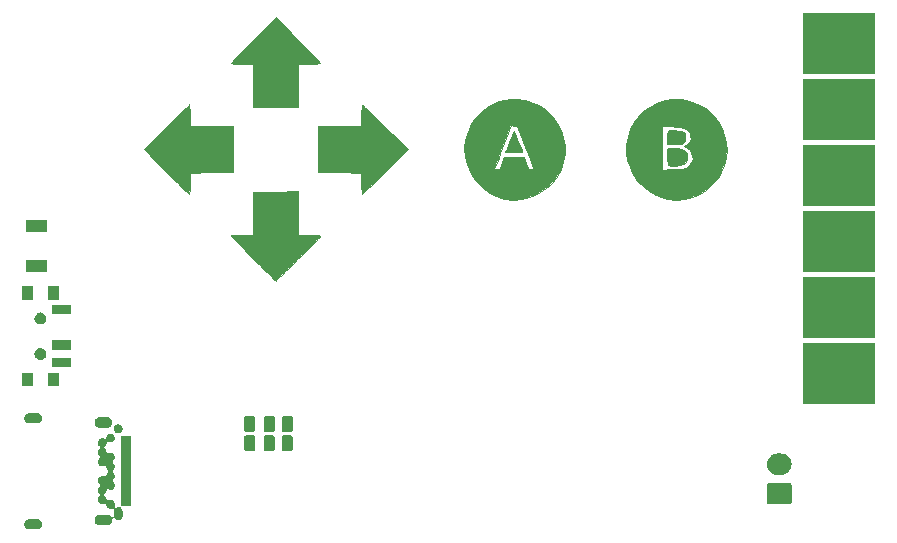
<source format=gbr>
G04 #@! TF.GenerationSoftware,KiCad,Pcbnew,5.0.2-bee76a0~70~ubuntu18.04.1*
G04 #@! TF.CreationDate,2019-01-18T14:13:04+00:00*
G04 #@! TF.ProjectId,badge,62616467-652e-46b6-9963-61645f706362,rev?*
G04 #@! TF.SameCoordinates,Original*
G04 #@! TF.FileFunction,Soldermask,Top*
G04 #@! TF.FilePolarity,Negative*
%FSLAX46Y46*%
G04 Gerber Fmt 4.6, Leading zero omitted, Abs format (unit mm)*
G04 Created by KiCad (PCBNEW 5.0.2-bee76a0~70~ubuntu18.04.1) date Fri 18 Jan 2019 14:13:04 GMT*
%MOMM*%
%LPD*%
G01*
G04 APERTURE LIST*
%ADD10C,0.010000*%
%ADD11C,0.100000*%
G04 APERTURE END LIST*
D10*
G04 #@! TO.C,G\002A\002A\002A*
G36*
X81353277Y-83525250D02*
X81634384Y-83562852D01*
X81884554Y-83621456D01*
X82059656Y-83694815D01*
X82078959Y-83708442D01*
X82175537Y-83802880D01*
X82218458Y-83915920D01*
X82222772Y-84095204D01*
X82219699Y-84153973D01*
X82193441Y-84367802D01*
X82134135Y-84500754D01*
X82042000Y-84585279D01*
X81864946Y-84659766D01*
X81600069Y-84710904D01*
X81285176Y-84733935D01*
X80958074Y-84724103D01*
X80946625Y-84723083D01*
X80708500Y-84701333D01*
X80708500Y-84140550D01*
X80710026Y-83872541D01*
X80719489Y-83704983D01*
X80744216Y-83611330D01*
X80791534Y-83565034D01*
X80868769Y-83539547D01*
X80874789Y-83538031D01*
X81085367Y-83514894D01*
X81353277Y-83525250D01*
X81353277Y-83525250D01*
G37*
X81353277Y-83525250D02*
X81634384Y-83562852D01*
X81884554Y-83621456D01*
X82059656Y-83694815D01*
X82078959Y-83708442D01*
X82175537Y-83802880D01*
X82218458Y-83915920D01*
X82222772Y-84095204D01*
X82219699Y-84153973D01*
X82193441Y-84367802D01*
X82134135Y-84500754D01*
X82042000Y-84585279D01*
X81864946Y-84659766D01*
X81600069Y-84710904D01*
X81285176Y-84733935D01*
X80958074Y-84724103D01*
X80946625Y-84723083D01*
X80708500Y-84701333D01*
X80708500Y-84140550D01*
X80710026Y-83872541D01*
X80719489Y-83704983D01*
X80744216Y-83611330D01*
X80791534Y-83565034D01*
X80868769Y-83539547D01*
X80874789Y-83538031D01*
X81085367Y-83514894D01*
X81353277Y-83525250D01*
G36*
X81253363Y-85045424D02*
X81509512Y-85060984D01*
X81518952Y-85061857D01*
X81873498Y-85116026D01*
X82119221Y-85209433D01*
X82271506Y-85354835D01*
X82345738Y-85564990D01*
X82359500Y-85758853D01*
X82323894Y-86068117D01*
X82208663Y-86284503D01*
X82001186Y-86422468D01*
X81719146Y-86492398D01*
X81351049Y-86530257D01*
X81037090Y-86534537D01*
X80819625Y-86506727D01*
X80770054Y-86479468D01*
X80737661Y-86413647D01*
X80718943Y-86286686D01*
X80710394Y-86076006D01*
X80708500Y-85790727D01*
X80708500Y-85103767D01*
X80879458Y-85060860D01*
X81027364Y-85045357D01*
X81253363Y-85045424D01*
X81253363Y-85045424D01*
G37*
X81253363Y-85045424D02*
X81509512Y-85060984D01*
X81518952Y-85061857D01*
X81873498Y-85116026D01*
X82119221Y-85209433D01*
X82271506Y-85354835D01*
X82345738Y-85564990D01*
X82359500Y-85758853D01*
X82323894Y-86068117D01*
X82208663Y-86284503D01*
X82001186Y-86422468D01*
X81719146Y-86492398D01*
X81351049Y-86530257D01*
X81037090Y-86534537D01*
X80819625Y-86506727D01*
X80770054Y-86479468D01*
X80737661Y-86413647D01*
X80718943Y-86286686D01*
X80710394Y-86076006D01*
X80708500Y-85790727D01*
X80708500Y-85103767D01*
X80879458Y-85060860D01*
X81027364Y-85045357D01*
X81253363Y-85045424D01*
G36*
X67724496Y-83651559D02*
X67790937Y-83787723D01*
X67881621Y-83994290D01*
X67986803Y-84246844D01*
X68096738Y-84520972D01*
X68201679Y-84792258D01*
X68291881Y-85036287D01*
X68357598Y-85228646D01*
X68389084Y-85344918D01*
X68390458Y-85359875D01*
X68330837Y-85379026D01*
X68169922Y-85394499D01*
X67933407Y-85404542D01*
X67691926Y-85407500D01*
X66994353Y-85407500D01*
X67111436Y-85105875D01*
X67187387Y-84906830D01*
X67289014Y-84636003D01*
X67398516Y-84340939D01*
X67438342Y-84232750D01*
X67533430Y-83980532D01*
X67616085Y-83773604D01*
X67674458Y-83641039D01*
X67692044Y-83610212D01*
X67724496Y-83651559D01*
X67724496Y-83651559D01*
G37*
X67724496Y-83651559D02*
X67790937Y-83787723D01*
X67881621Y-83994290D01*
X67986803Y-84246844D01*
X68096738Y-84520972D01*
X68201679Y-84792258D01*
X68291881Y-85036287D01*
X68357598Y-85228646D01*
X68389084Y-85344918D01*
X68390458Y-85359875D01*
X68330837Y-85379026D01*
X68169922Y-85394499D01*
X67933407Y-85404542D01*
X67691926Y-85407500D01*
X66994353Y-85407500D01*
X67111436Y-85105875D01*
X67187387Y-84906830D01*
X67289014Y-84636003D01*
X67398516Y-84340939D01*
X67438342Y-84232750D01*
X67533430Y-83980532D01*
X67616085Y-83773604D01*
X67674458Y-83641039D01*
X67692044Y-83610212D01*
X67724496Y-83651559D01*
G36*
X49427368Y-75875115D02*
X49870151Y-76320728D01*
X50265198Y-76723591D01*
X50605553Y-77076315D01*
X50884263Y-77371514D01*
X51094371Y-77601799D01*
X51228923Y-77759783D01*
X51280963Y-77838078D01*
X51280731Y-77843748D01*
X51194614Y-77876538D01*
X50984881Y-77899334D01*
X50654542Y-77911905D01*
X50352726Y-77914500D01*
X49468447Y-77914500D01*
X49451598Y-79740125D01*
X49434750Y-81565750D01*
X47557135Y-81582552D01*
X47080946Y-81585390D01*
X46646297Y-81585256D01*
X46269302Y-81582372D01*
X45966079Y-81576958D01*
X45752741Y-81569238D01*
X45645406Y-81559433D01*
X45636260Y-81556093D01*
X45625093Y-81483770D01*
X45614996Y-81300935D01*
X45606355Y-81024076D01*
X45599558Y-80669681D01*
X45594991Y-80254235D01*
X45593043Y-79794227D01*
X45593000Y-79713666D01*
X45593000Y-77914500D01*
X44707747Y-77914500D01*
X44292993Y-77909215D01*
X43997992Y-77893492D01*
X43825288Y-77867524D01*
X43778667Y-77843585D01*
X43812242Y-77783055D01*
X43929963Y-77641197D01*
X44124986Y-77425282D01*
X44390465Y-77142579D01*
X44719554Y-76800358D01*
X45105408Y-76405887D01*
X45541180Y-75966437D01*
X45632559Y-75874953D01*
X47530278Y-73977234D01*
X49427368Y-75875115D01*
X49427368Y-75875115D01*
G37*
X49427368Y-75875115D02*
X49870151Y-76320728D01*
X50265198Y-76723591D01*
X50605553Y-77076315D01*
X50884263Y-77371514D01*
X51094371Y-77601799D01*
X51228923Y-77759783D01*
X51280963Y-77838078D01*
X51280731Y-77843748D01*
X51194614Y-77876538D01*
X50984881Y-77899334D01*
X50654542Y-77911905D01*
X50352726Y-77914500D01*
X49468447Y-77914500D01*
X49451598Y-79740125D01*
X49434750Y-81565750D01*
X47557135Y-81582552D01*
X47080946Y-81585390D01*
X46646297Y-81585256D01*
X46269302Y-81582372D01*
X45966079Y-81576958D01*
X45752741Y-81569238D01*
X45645406Y-81559433D01*
X45636260Y-81556093D01*
X45625093Y-81483770D01*
X45614996Y-81300935D01*
X45606355Y-81024076D01*
X45599558Y-80669681D01*
X45594991Y-80254235D01*
X45593043Y-79794227D01*
X45593000Y-79713666D01*
X45593000Y-77914500D01*
X44707747Y-77914500D01*
X44292993Y-77909215D01*
X43997992Y-77893492D01*
X43825288Y-77867524D01*
X43778667Y-77843585D01*
X43812242Y-77783055D01*
X43929963Y-77641197D01*
X44124986Y-77425282D01*
X44390465Y-77142579D01*
X44719554Y-76800358D01*
X45105408Y-76405887D01*
X45541180Y-75966437D01*
X45632559Y-75874953D01*
X47530278Y-73977234D01*
X49427368Y-75875115D01*
G36*
X54906476Y-81419240D02*
X55040675Y-81537045D01*
X55245212Y-81726906D01*
X55510581Y-81979724D01*
X55827280Y-82286398D01*
X56185804Y-82637825D01*
X56576651Y-83024907D01*
X56804477Y-83252229D01*
X58705221Y-85153765D01*
X56797774Y-87061213D01*
X56392674Y-87464271D01*
X56014855Y-87836253D01*
X55673757Y-88168153D01*
X55378822Y-88450966D01*
X55139489Y-88675684D01*
X54965197Y-88833304D01*
X54865388Y-88914818D01*
X54845413Y-88923746D01*
X54829086Y-88847070D01*
X54815411Y-88667857D01*
X54805579Y-88410561D01*
X54800780Y-88099638D01*
X54800500Y-88001390D01*
X54800500Y-87123947D01*
X52974875Y-87107098D01*
X51149250Y-87090250D01*
X51149250Y-83216750D01*
X54800500Y-83183052D01*
X54800500Y-82298773D01*
X54804011Y-81976816D01*
X54813650Y-81702576D01*
X54828070Y-81499940D01*
X54845924Y-81392794D01*
X54852116Y-81382594D01*
X54906476Y-81419240D01*
X54906476Y-81419240D01*
G37*
X54906476Y-81419240D02*
X55040675Y-81537045D01*
X55245212Y-81726906D01*
X55510581Y-81979724D01*
X55827280Y-82286398D01*
X56185804Y-82637825D01*
X56576651Y-83024907D01*
X56804477Y-83252229D01*
X58705221Y-85153765D01*
X56797774Y-87061213D01*
X56392674Y-87464271D01*
X56014855Y-87836253D01*
X55673757Y-88168153D01*
X55378822Y-88450966D01*
X55139489Y-88675684D01*
X54965197Y-88833304D01*
X54865388Y-88914818D01*
X54845413Y-88923746D01*
X54829086Y-88847070D01*
X54815411Y-88667857D01*
X54805579Y-88410561D01*
X54800780Y-88099638D01*
X54800500Y-88001390D01*
X54800500Y-87123947D01*
X52974875Y-87107098D01*
X51149250Y-87090250D01*
X51149250Y-83216750D01*
X54800500Y-83183052D01*
X54800500Y-82298773D01*
X54804011Y-81976816D01*
X54813650Y-81702576D01*
X54828070Y-81499940D01*
X54845924Y-81392794D01*
X54852116Y-81382594D01*
X54906476Y-81419240D01*
G36*
X40227964Y-81403273D02*
X40242312Y-81567702D01*
X40252853Y-81814452D01*
X40258423Y-82121187D01*
X40259000Y-82263276D01*
X40259000Y-83183052D01*
X43910250Y-83216750D01*
X43910250Y-87090250D01*
X42084625Y-87107098D01*
X40259000Y-87123947D01*
X40259000Y-88008226D01*
X40255488Y-88330183D01*
X40245849Y-88604423D01*
X40231429Y-88807059D01*
X40213575Y-88914205D01*
X40207383Y-88924405D01*
X40153023Y-88887759D01*
X40018823Y-88769955D01*
X39814288Y-88580094D01*
X39548920Y-88327279D01*
X39232225Y-88020609D01*
X38873706Y-87669186D01*
X38482866Y-87282111D01*
X38255154Y-87054903D01*
X36354543Y-85153500D01*
X38258750Y-83248500D01*
X38664080Y-82844097D01*
X39042173Y-82468981D01*
X39383526Y-82132424D01*
X39678641Y-81843695D01*
X39918015Y-81612066D01*
X40092149Y-81446807D01*
X40191541Y-81357190D01*
X40210978Y-81343500D01*
X40227964Y-81403273D01*
X40227964Y-81403273D01*
G37*
X40227964Y-81403273D02*
X40242312Y-81567702D01*
X40252853Y-81814452D01*
X40258423Y-82121187D01*
X40259000Y-82263276D01*
X40259000Y-83183052D01*
X43910250Y-83216750D01*
X43910250Y-87090250D01*
X42084625Y-87107098D01*
X40259000Y-87123947D01*
X40259000Y-88008226D01*
X40255488Y-88330183D01*
X40245849Y-88604423D01*
X40231429Y-88807059D01*
X40213575Y-88914205D01*
X40207383Y-88924405D01*
X40153023Y-88887759D01*
X40018823Y-88769955D01*
X39814288Y-88580094D01*
X39548920Y-88327279D01*
X39232225Y-88020609D01*
X38873706Y-87669186D01*
X38482866Y-87282111D01*
X38255154Y-87054903D01*
X36354543Y-85153500D01*
X38258750Y-83248500D01*
X38664080Y-82844097D01*
X39042173Y-82468981D01*
X39383526Y-82132424D01*
X39678641Y-81843695D01*
X39918015Y-81612066D01*
X40092149Y-81446807D01*
X40191541Y-81357190D01*
X40210978Y-81343500D01*
X40227964Y-81403273D01*
G36*
X81889048Y-80918354D02*
X82572661Y-81040447D01*
X83234756Y-81278721D01*
X83427944Y-81373843D01*
X84039436Y-81760363D01*
X84556314Y-82219435D01*
X84978578Y-82738891D01*
X85306228Y-83306564D01*
X85539263Y-83910288D01*
X85677684Y-84537895D01*
X85721491Y-85177220D01*
X85670683Y-85816093D01*
X85525262Y-86442350D01*
X85285225Y-87043823D01*
X84950575Y-87608346D01*
X84521310Y-88123750D01*
X83997431Y-88577871D01*
X83427944Y-88933156D01*
X82802813Y-89193643D01*
X82127663Y-89352685D01*
X81432765Y-89406811D01*
X80748390Y-89352551D01*
X80404685Y-89279815D01*
X79730410Y-89042576D01*
X79127290Y-88710266D01*
X78599316Y-88295102D01*
X78150479Y-87809299D01*
X77784768Y-87265073D01*
X77605909Y-86886010D01*
X80264000Y-86886010D01*
X81105375Y-86849381D01*
X81442374Y-86830264D01*
X81753976Y-86804564D01*
X82007399Y-86775509D01*
X82169861Y-86746327D01*
X82179651Y-86743583D01*
X82438291Y-86607156D01*
X82657102Y-86382461D01*
X82802878Y-86108056D01*
X82835182Y-85982360D01*
X82826841Y-85677978D01*
X82715313Y-85381918D01*
X82520598Y-85133382D01*
X82335885Y-85003707D01*
X82090020Y-84879016D01*
X82296580Y-84772199D01*
X82462018Y-84656577D01*
X82582871Y-84521099D01*
X82587819Y-84512566D01*
X82663175Y-84265217D01*
X82660666Y-83977176D01*
X82582900Y-83706002D01*
X82548372Y-83641553D01*
X82436414Y-83496574D01*
X82288865Y-83387745D01*
X82086371Y-83309147D01*
X81809573Y-83254859D01*
X81439116Y-83218961D01*
X81109368Y-83201422D01*
X80264000Y-83165977D01*
X80264000Y-86886010D01*
X77605909Y-86886010D01*
X77506173Y-86674638D01*
X77318684Y-86050212D01*
X77226292Y-85404009D01*
X77232986Y-84748244D01*
X77342756Y-84095134D01*
X77559592Y-83456894D01*
X77887484Y-82845740D01*
X78174872Y-82453136D01*
X78672822Y-81942816D01*
X79239189Y-81530199D01*
X79858985Y-81218365D01*
X80517220Y-81010392D01*
X81198904Y-80909362D01*
X81889048Y-80918354D01*
X81889048Y-80918354D01*
G37*
X81889048Y-80918354D02*
X82572661Y-81040447D01*
X83234756Y-81278721D01*
X83427944Y-81373843D01*
X84039436Y-81760363D01*
X84556314Y-82219435D01*
X84978578Y-82738891D01*
X85306228Y-83306564D01*
X85539263Y-83910288D01*
X85677684Y-84537895D01*
X85721491Y-85177220D01*
X85670683Y-85816093D01*
X85525262Y-86442350D01*
X85285225Y-87043823D01*
X84950575Y-87608346D01*
X84521310Y-88123750D01*
X83997431Y-88577871D01*
X83427944Y-88933156D01*
X82802813Y-89193643D01*
X82127663Y-89352685D01*
X81432765Y-89406811D01*
X80748390Y-89352551D01*
X80404685Y-89279815D01*
X79730410Y-89042576D01*
X79127290Y-88710266D01*
X78599316Y-88295102D01*
X78150479Y-87809299D01*
X77784768Y-87265073D01*
X77605909Y-86886010D01*
X80264000Y-86886010D01*
X81105375Y-86849381D01*
X81442374Y-86830264D01*
X81753976Y-86804564D01*
X82007399Y-86775509D01*
X82169861Y-86746327D01*
X82179651Y-86743583D01*
X82438291Y-86607156D01*
X82657102Y-86382461D01*
X82802878Y-86108056D01*
X82835182Y-85982360D01*
X82826841Y-85677978D01*
X82715313Y-85381918D01*
X82520598Y-85133382D01*
X82335885Y-85003707D01*
X82090020Y-84879016D01*
X82296580Y-84772199D01*
X82462018Y-84656577D01*
X82582871Y-84521099D01*
X82587819Y-84512566D01*
X82663175Y-84265217D01*
X82660666Y-83977176D01*
X82582900Y-83706002D01*
X82548372Y-83641553D01*
X82436414Y-83496574D01*
X82288865Y-83387745D01*
X82086371Y-83309147D01*
X81809573Y-83254859D01*
X81439116Y-83218961D01*
X81109368Y-83201422D01*
X80264000Y-83165977D01*
X80264000Y-86886010D01*
X77605909Y-86886010D01*
X77506173Y-86674638D01*
X77318684Y-86050212D01*
X77226292Y-85404009D01*
X77232986Y-84748244D01*
X77342756Y-84095134D01*
X77559592Y-83456894D01*
X77887484Y-82845740D01*
X78174872Y-82453136D01*
X78672822Y-81942816D01*
X79239189Y-81530199D01*
X79858985Y-81218365D01*
X80517220Y-81010392D01*
X81198904Y-80909362D01*
X81889048Y-80918354D01*
G36*
X68485412Y-80955818D02*
X68655795Y-80987879D01*
X69346835Y-81202233D01*
X69970738Y-81515820D01*
X70522007Y-81916831D01*
X70995140Y-82393458D01*
X71384637Y-82933894D01*
X71685000Y-83526329D01*
X71890727Y-84158956D01*
X71996319Y-84819966D01*
X71996276Y-85497551D01*
X71885098Y-86179904D01*
X71657285Y-86855215D01*
X71521792Y-87141080D01*
X71232281Y-87597846D01*
X70852096Y-88046092D01*
X70413924Y-88454055D01*
X69950455Y-88789972D01*
X69659500Y-88950644D01*
X68982180Y-89212478D01*
X68286261Y-89362915D01*
X67592042Y-89399287D01*
X66919822Y-89318921D01*
X66897250Y-89314029D01*
X66189926Y-89096161D01*
X65545095Y-88771077D01*
X64971674Y-88345754D01*
X64478577Y-87827163D01*
X64074721Y-87222281D01*
X63973137Y-87026750D01*
X63882486Y-86804500D01*
X66050789Y-86804500D01*
X66522188Y-86804500D01*
X66681863Y-86312375D01*
X66841539Y-85820250D01*
X68603960Y-85820250D01*
X68763636Y-86312375D01*
X68844641Y-86554980D01*
X68905831Y-86700979D01*
X68965590Y-86774886D01*
X69042297Y-86801216D01*
X69132655Y-86804500D01*
X69274057Y-86791857D01*
X69340244Y-86761005D01*
X69340938Y-86756875D01*
X69318733Y-86687752D01*
X69256412Y-86515147D01*
X69159590Y-86254058D01*
X69033884Y-85919484D01*
X68884907Y-85526424D01*
X68718275Y-85089875D01*
X68657461Y-84931250D01*
X67975046Y-83153250D01*
X67721898Y-83134633D01*
X67468750Y-83116017D01*
X67060228Y-84182383D01*
X66899549Y-84601405D01*
X66727266Y-85050011D01*
X66559612Y-85485974D01*
X66412822Y-85867068D01*
X66351248Y-86026625D01*
X66050789Y-86804500D01*
X63882486Y-86804500D01*
X63701094Y-86359782D01*
X63548422Y-85708648D01*
X63512363Y-85054338D01*
X63589515Y-84381210D01*
X63788471Y-83669504D01*
X64096330Y-83016035D01*
X64504703Y-82430341D01*
X65005202Y-81921958D01*
X65589436Y-81500425D01*
X66249018Y-81175278D01*
X66484500Y-81089855D01*
X66936196Y-80980342D01*
X67454555Y-80919887D01*
X67988115Y-80910907D01*
X68485412Y-80955818D01*
X68485412Y-80955818D01*
G37*
X68485412Y-80955818D02*
X68655795Y-80987879D01*
X69346835Y-81202233D01*
X69970738Y-81515820D01*
X70522007Y-81916831D01*
X70995140Y-82393458D01*
X71384637Y-82933894D01*
X71685000Y-83526329D01*
X71890727Y-84158956D01*
X71996319Y-84819966D01*
X71996276Y-85497551D01*
X71885098Y-86179904D01*
X71657285Y-86855215D01*
X71521792Y-87141080D01*
X71232281Y-87597846D01*
X70852096Y-88046092D01*
X70413924Y-88454055D01*
X69950455Y-88789972D01*
X69659500Y-88950644D01*
X68982180Y-89212478D01*
X68286261Y-89362915D01*
X67592042Y-89399287D01*
X66919822Y-89318921D01*
X66897250Y-89314029D01*
X66189926Y-89096161D01*
X65545095Y-88771077D01*
X64971674Y-88345754D01*
X64478577Y-87827163D01*
X64074721Y-87222281D01*
X63973137Y-87026750D01*
X63882486Y-86804500D01*
X66050789Y-86804500D01*
X66522188Y-86804500D01*
X66681863Y-86312375D01*
X66841539Y-85820250D01*
X68603960Y-85820250D01*
X68763636Y-86312375D01*
X68844641Y-86554980D01*
X68905831Y-86700979D01*
X68965590Y-86774886D01*
X69042297Y-86801216D01*
X69132655Y-86804500D01*
X69274057Y-86791857D01*
X69340244Y-86761005D01*
X69340938Y-86756875D01*
X69318733Y-86687752D01*
X69256412Y-86515147D01*
X69159590Y-86254058D01*
X69033884Y-85919484D01*
X68884907Y-85526424D01*
X68718275Y-85089875D01*
X68657461Y-84931250D01*
X67975046Y-83153250D01*
X67721898Y-83134633D01*
X67468750Y-83116017D01*
X67060228Y-84182383D01*
X66899549Y-84601405D01*
X66727266Y-85050011D01*
X66559612Y-85485974D01*
X66412822Y-85867068D01*
X66351248Y-86026625D01*
X66050789Y-86804500D01*
X63882486Y-86804500D01*
X63701094Y-86359782D01*
X63548422Y-85708648D01*
X63512363Y-85054338D01*
X63589515Y-84381210D01*
X63788471Y-83669504D01*
X64096330Y-83016035D01*
X64504703Y-82430341D01*
X65005202Y-81921958D01*
X65589436Y-81500425D01*
X66249018Y-81175278D01*
X66484500Y-81089855D01*
X66936196Y-80980342D01*
X67454555Y-80919887D01*
X67988115Y-80910907D01*
X68485412Y-80955818D01*
G36*
X49466500Y-92392500D02*
X50387250Y-92392500D01*
X50768262Y-92395308D01*
X51036503Y-92404550D01*
X51206095Y-92421448D01*
X51291161Y-92447227D01*
X51308000Y-92472278D01*
X51264530Y-92532789D01*
X51141776Y-92670581D01*
X50951221Y-92874128D01*
X50704347Y-93131903D01*
X50412639Y-93432377D01*
X50087577Y-93764023D01*
X49740646Y-94115314D01*
X49383328Y-94474722D01*
X49027106Y-94830719D01*
X48683464Y-95171779D01*
X48363883Y-95486374D01*
X48079847Y-95762976D01*
X47842839Y-95990058D01*
X47664341Y-96156093D01*
X47555837Y-96249552D01*
X47528949Y-96266000D01*
X47471800Y-96222485D01*
X47334931Y-96098208D01*
X47128060Y-95902572D01*
X46860908Y-95644979D01*
X46543194Y-95334830D01*
X46184637Y-94981528D01*
X45794958Y-94594475D01*
X45608471Y-94408228D01*
X45209075Y-94006808D01*
X44839137Y-93631423D01*
X44508068Y-93291886D01*
X44225278Y-92998015D01*
X44000179Y-92759623D01*
X43842182Y-92586528D01*
X43760699Y-92488543D01*
X43751500Y-92471478D01*
X43785179Y-92438656D01*
X43895358Y-92415552D01*
X44095744Y-92400989D01*
X44400048Y-92393790D01*
X44671276Y-92392500D01*
X45591052Y-92392500D01*
X45624750Y-88741250D01*
X47545625Y-88724443D01*
X49466500Y-88707637D01*
X49466500Y-92392500D01*
X49466500Y-92392500D01*
G37*
X49466500Y-92392500D02*
X50387250Y-92392500D01*
X50768262Y-92395308D01*
X51036503Y-92404550D01*
X51206095Y-92421448D01*
X51291161Y-92447227D01*
X51308000Y-92472278D01*
X51264530Y-92532789D01*
X51141776Y-92670581D01*
X50951221Y-92874128D01*
X50704347Y-93131903D01*
X50412639Y-93432377D01*
X50087577Y-93764023D01*
X49740646Y-94115314D01*
X49383328Y-94474722D01*
X49027106Y-94830719D01*
X48683464Y-95171779D01*
X48363883Y-95486374D01*
X48079847Y-95762976D01*
X47842839Y-95990058D01*
X47664341Y-96156093D01*
X47555837Y-96249552D01*
X47528949Y-96266000D01*
X47471800Y-96222485D01*
X47334931Y-96098208D01*
X47128060Y-95902572D01*
X46860908Y-95644979D01*
X46543194Y-95334830D01*
X46184637Y-94981528D01*
X45794958Y-94594475D01*
X45608471Y-94408228D01*
X45209075Y-94006808D01*
X44839137Y-93631423D01*
X44508068Y-93291886D01*
X44225278Y-92998015D01*
X44000179Y-92759623D01*
X43842182Y-92586528D01*
X43760699Y-92488543D01*
X43751500Y-92471478D01*
X43785179Y-92438656D01*
X43895358Y-92415552D01*
X44095744Y-92400989D01*
X44400048Y-92393790D01*
X44671276Y-92392500D01*
X45591052Y-92392500D01*
X45624750Y-88741250D01*
X47545625Y-88724443D01*
X49466500Y-88707637D01*
X49466500Y-92392500D01*
D11*
G36*
X27393413Y-116440525D02*
X27468456Y-116463290D01*
X27478425Y-116466314D01*
X27556774Y-116508193D01*
X27625448Y-116564552D01*
X27681807Y-116633226D01*
X27723686Y-116711575D01*
X27723687Y-116711579D01*
X27749475Y-116796587D01*
X27758182Y-116885000D01*
X27749475Y-116973413D01*
X27726710Y-117048456D01*
X27723686Y-117058425D01*
X27681807Y-117136774D01*
X27625448Y-117205448D01*
X27556774Y-117261807D01*
X27478425Y-117303686D01*
X27468456Y-117306710D01*
X27393413Y-117329475D01*
X27327158Y-117336000D01*
X26682842Y-117336000D01*
X26616587Y-117329475D01*
X26541544Y-117306710D01*
X26531575Y-117303686D01*
X26453226Y-117261807D01*
X26384552Y-117205448D01*
X26328193Y-117136774D01*
X26286314Y-117058425D01*
X26283290Y-117048456D01*
X26260525Y-116973413D01*
X26251818Y-116885000D01*
X26260525Y-116796587D01*
X26286313Y-116711579D01*
X26286314Y-116711575D01*
X26328193Y-116633226D01*
X26384552Y-116564552D01*
X26453226Y-116508193D01*
X26531575Y-116466314D01*
X26541544Y-116463290D01*
X26616587Y-116440525D01*
X26682842Y-116434000D01*
X27327158Y-116434000D01*
X27393413Y-116440525D01*
X27393413Y-116440525D01*
G37*
G36*
X33664672Y-109233449D02*
X33664674Y-109233450D01*
X33664675Y-109233450D01*
X33733103Y-109261793D01*
X33794409Y-109302757D01*
X33794689Y-109302944D01*
X33847056Y-109355311D01*
X33847058Y-109355314D01*
X33888207Y-109416897D01*
X33913338Y-109477570D01*
X33916551Y-109485328D01*
X33931000Y-109557966D01*
X33931000Y-109632034D01*
X33916895Y-109702944D01*
X33916550Y-109704675D01*
X33888207Y-109773103D01*
X33858944Y-109816897D01*
X33847056Y-109834689D01*
X33794689Y-109887056D01*
X33794686Y-109887058D01*
X33733103Y-109928207D01*
X33664675Y-109956550D01*
X33664674Y-109956550D01*
X33664672Y-109956551D01*
X33592034Y-109971000D01*
X33517966Y-109971000D01*
X33445328Y-109956551D01*
X33445326Y-109956550D01*
X33445325Y-109956550D01*
X33401902Y-109938564D01*
X33378456Y-109931452D01*
X33354069Y-109929050D01*
X33329683Y-109931452D01*
X33306234Y-109938565D01*
X33284623Y-109950116D01*
X33265681Y-109965661D01*
X33250135Y-109984603D01*
X33238584Y-110006214D01*
X33231471Y-110029664D01*
X33231000Y-110032032D01*
X33231000Y-110032033D01*
X33216550Y-110104675D01*
X33188207Y-110173103D01*
X33147243Y-110234409D01*
X33147056Y-110234689D01*
X33094687Y-110287058D01*
X33088687Y-110291067D01*
X33069745Y-110306612D01*
X33054200Y-110325554D01*
X33042649Y-110347165D01*
X33035536Y-110370614D01*
X33033134Y-110395001D01*
X33035536Y-110419387D01*
X33042649Y-110442836D01*
X33054201Y-110464447D01*
X33069746Y-110483389D01*
X33088687Y-110498933D01*
X33094687Y-110502942D01*
X33147056Y-110555311D01*
X33147058Y-110555314D01*
X33188207Y-110616897D01*
X33216550Y-110685325D01*
X33216551Y-110685328D01*
X33231471Y-110760336D01*
X33238584Y-110783785D01*
X33250135Y-110805396D01*
X33265680Y-110824338D01*
X33284622Y-110839883D01*
X33306233Y-110851435D01*
X33329682Y-110858548D01*
X33354068Y-110860950D01*
X33378455Y-110858548D01*
X33401902Y-110851436D01*
X33445325Y-110833450D01*
X33445326Y-110833450D01*
X33445328Y-110833449D01*
X33517966Y-110819000D01*
X33592034Y-110819000D01*
X33664672Y-110833449D01*
X33664674Y-110833450D01*
X33664675Y-110833450D01*
X33733103Y-110861793D01*
X33788786Y-110899000D01*
X33794689Y-110902944D01*
X33847056Y-110955311D01*
X33847058Y-110955314D01*
X33888207Y-111016897D01*
X33916550Y-111085325D01*
X33916551Y-111085328D01*
X33931000Y-111157966D01*
X33931000Y-111232034D01*
X33917693Y-111298933D01*
X33916550Y-111304675D01*
X33888207Y-111373103D01*
X33858944Y-111416897D01*
X33847056Y-111434689D01*
X33794687Y-111487058D01*
X33788687Y-111491067D01*
X33769745Y-111506612D01*
X33754200Y-111525554D01*
X33742649Y-111547165D01*
X33735536Y-111570614D01*
X33733134Y-111595001D01*
X33735536Y-111619387D01*
X33742649Y-111642836D01*
X33754201Y-111664447D01*
X33769746Y-111683389D01*
X33788687Y-111698933D01*
X33794687Y-111702942D01*
X33847056Y-111755311D01*
X33847058Y-111755314D01*
X33888207Y-111816897D01*
X33916550Y-111885325D01*
X33916551Y-111885328D01*
X33931000Y-111957966D01*
X33931000Y-112032033D01*
X33916550Y-112104675D01*
X33888207Y-112173103D01*
X33847243Y-112234409D01*
X33847056Y-112234689D01*
X33794687Y-112287058D01*
X33788687Y-112291067D01*
X33769745Y-112306612D01*
X33754200Y-112325554D01*
X33742649Y-112347165D01*
X33735536Y-112370614D01*
X33733134Y-112395001D01*
X33735536Y-112419387D01*
X33742649Y-112442836D01*
X33754201Y-112464447D01*
X33769746Y-112483389D01*
X33788687Y-112498933D01*
X33794687Y-112502942D01*
X33847056Y-112555311D01*
X33847058Y-112555314D01*
X33888207Y-112616897D01*
X33916550Y-112685325D01*
X33916551Y-112685328D01*
X33931000Y-112757966D01*
X33931000Y-112832034D01*
X33916895Y-112902944D01*
X33916550Y-112904675D01*
X33888207Y-112973103D01*
X33858944Y-113016897D01*
X33847056Y-113034689D01*
X33794687Y-113087058D01*
X33788687Y-113091067D01*
X33769745Y-113106612D01*
X33754200Y-113125554D01*
X33742649Y-113147165D01*
X33735536Y-113170614D01*
X33733134Y-113195001D01*
X33735536Y-113219387D01*
X33742649Y-113242836D01*
X33754201Y-113264447D01*
X33769746Y-113283389D01*
X33788687Y-113298933D01*
X33794687Y-113302942D01*
X33847056Y-113355311D01*
X33847058Y-113355314D01*
X33888207Y-113416897D01*
X33912943Y-113476617D01*
X33916551Y-113485328D01*
X33931000Y-113557966D01*
X33931000Y-113632034D01*
X33917693Y-113698933D01*
X33916550Y-113704675D01*
X33888207Y-113773103D01*
X33858944Y-113816897D01*
X33847056Y-113834689D01*
X33794689Y-113887056D01*
X33794686Y-113887058D01*
X33733103Y-113928207D01*
X33664675Y-113956550D01*
X33664674Y-113956550D01*
X33664672Y-113956551D01*
X33592034Y-113971000D01*
X33517966Y-113971000D01*
X33445328Y-113956551D01*
X33445326Y-113956550D01*
X33445325Y-113956550D01*
X33401902Y-113938564D01*
X33378456Y-113931452D01*
X33354069Y-113929050D01*
X33329683Y-113931452D01*
X33306234Y-113938565D01*
X33284623Y-113950116D01*
X33265681Y-113965661D01*
X33250135Y-113984603D01*
X33238584Y-114006214D01*
X33231471Y-114029664D01*
X33231000Y-114032032D01*
X33231000Y-114032033D01*
X33216550Y-114104675D01*
X33188207Y-114173103D01*
X33147243Y-114234409D01*
X33147056Y-114234689D01*
X33094687Y-114287058D01*
X33088687Y-114291067D01*
X33069745Y-114306612D01*
X33054200Y-114325554D01*
X33042649Y-114347165D01*
X33035536Y-114370614D01*
X33033134Y-114395001D01*
X33035536Y-114419387D01*
X33042649Y-114442836D01*
X33054201Y-114464447D01*
X33069746Y-114483389D01*
X33088687Y-114498933D01*
X33094687Y-114502942D01*
X33147056Y-114555311D01*
X33147058Y-114555314D01*
X33188207Y-114616897D01*
X33216550Y-114685325D01*
X33216551Y-114685328D01*
X33231471Y-114760336D01*
X33238584Y-114783785D01*
X33250135Y-114805396D01*
X33265680Y-114824338D01*
X33284622Y-114839883D01*
X33306233Y-114851435D01*
X33329682Y-114858548D01*
X33354068Y-114860950D01*
X33378455Y-114858548D01*
X33401902Y-114851436D01*
X33445325Y-114833450D01*
X33445326Y-114833450D01*
X33445328Y-114833449D01*
X33517966Y-114819000D01*
X33592034Y-114819000D01*
X33664672Y-114833449D01*
X33664674Y-114833450D01*
X33664675Y-114833450D01*
X33733103Y-114861793D01*
X33794409Y-114902757D01*
X33794689Y-114902944D01*
X33847056Y-114955311D01*
X33847058Y-114955314D01*
X33888207Y-115016897D01*
X33916550Y-115085325D01*
X33916551Y-115085328D01*
X33931000Y-115157966D01*
X33931000Y-115232034D01*
X33916551Y-115304675D01*
X33906406Y-115329166D01*
X33899292Y-115352616D01*
X33896890Y-115377002D01*
X33899292Y-115401388D01*
X33906405Y-115424837D01*
X33917956Y-115446448D01*
X33933501Y-115465391D01*
X33952443Y-115480936D01*
X33974053Y-115492487D01*
X33997503Y-115499601D01*
X34021889Y-115502003D01*
X34046275Y-115499601D01*
X34058176Y-115496620D01*
X34131291Y-115474440D01*
X34205000Y-115467181D01*
X34278710Y-115474440D01*
X34302714Y-115481722D01*
X34326747Y-115486503D01*
X34351252Y-115486503D01*
X34375285Y-115481723D01*
X34397924Y-115472345D01*
X34415002Y-115460935D01*
X34414011Y-115471000D01*
X34416413Y-115495386D01*
X34423526Y-115518835D01*
X34435077Y-115540446D01*
X34450623Y-115559388D01*
X34459713Y-115567627D01*
X34472159Y-115577841D01*
X34519146Y-115635096D01*
X34554057Y-115700410D01*
X34554058Y-115700413D01*
X34554059Y-115700415D01*
X34575559Y-115771291D01*
X34575559Y-115771292D01*
X34575560Y-115771296D01*
X34581000Y-115826529D01*
X34581000Y-116163472D01*
X34575560Y-116218710D01*
X34554060Y-116289585D01*
X34519146Y-116354904D01*
X34472159Y-116412159D01*
X34414908Y-116459143D01*
X34349580Y-116494061D01*
X34278709Y-116515560D01*
X34205000Y-116522819D01*
X34131290Y-116515560D01*
X34060415Y-116494060D01*
X33995096Y-116459146D01*
X33937844Y-116412162D01*
X33925648Y-116397300D01*
X33908321Y-116379973D01*
X33887946Y-116366359D01*
X33865308Y-116356981D01*
X33841274Y-116352200D01*
X33816770Y-116352200D01*
X33792736Y-116356980D01*
X33770097Y-116366357D01*
X33749722Y-116379970D01*
X33732395Y-116397297D01*
X33718781Y-116417672D01*
X33709403Y-116440310D01*
X33704622Y-116464344D01*
X33704622Y-116488850D01*
X33708182Y-116525000D01*
X33699475Y-116613413D01*
X33676710Y-116688456D01*
X33673686Y-116698425D01*
X33631807Y-116776774D01*
X33575448Y-116845448D01*
X33506774Y-116901807D01*
X33428425Y-116943686D01*
X33418456Y-116946710D01*
X33343413Y-116969475D01*
X33277158Y-116976000D01*
X32632842Y-116976000D01*
X32566587Y-116969475D01*
X32491544Y-116946710D01*
X32481575Y-116943686D01*
X32403226Y-116901807D01*
X32334552Y-116845448D01*
X32278193Y-116776774D01*
X32236314Y-116698425D01*
X32233290Y-116688456D01*
X32210525Y-116613413D01*
X32201818Y-116525000D01*
X32210525Y-116436587D01*
X32234674Y-116356981D01*
X32236314Y-116351575D01*
X32278193Y-116273226D01*
X32334552Y-116204552D01*
X32403226Y-116148193D01*
X32481575Y-116106314D01*
X32491544Y-116103290D01*
X32566587Y-116080525D01*
X32632842Y-116074000D01*
X33277158Y-116074000D01*
X33343413Y-116080525D01*
X33418456Y-116103290D01*
X33428425Y-116106314D01*
X33506774Y-116148193D01*
X33570436Y-116200439D01*
X33575448Y-116204552D01*
X33607374Y-116243454D01*
X33624701Y-116260781D01*
X33645076Y-116274394D01*
X33667715Y-116283772D01*
X33691748Y-116288552D01*
X33716253Y-116288552D01*
X33740286Y-116283771D01*
X33762925Y-116274394D01*
X33783300Y-116260780D01*
X33800627Y-116243453D01*
X33814240Y-116223078D01*
X33823618Y-116200439D01*
X33829000Y-116164154D01*
X33829000Y-115826528D01*
X33834440Y-115771292D01*
X33856620Y-115698177D01*
X33861401Y-115674143D01*
X33861401Y-115649639D01*
X33856621Y-115625605D01*
X33847244Y-115602966D01*
X33833630Y-115582592D01*
X33816303Y-115565264D01*
X33795929Y-115551650D01*
X33773290Y-115542273D01*
X33749256Y-115537492D01*
X33724752Y-115537492D01*
X33700718Y-115542272D01*
X33689166Y-115546406D01*
X33664675Y-115556551D01*
X33592034Y-115571000D01*
X33517966Y-115571000D01*
X33445328Y-115556551D01*
X33445326Y-115556550D01*
X33445325Y-115556550D01*
X33376897Y-115528207D01*
X33315314Y-115487058D01*
X33315311Y-115487056D01*
X33262944Y-115434689D01*
X33240693Y-115401388D01*
X33221793Y-115373103D01*
X33193450Y-115304675D01*
X33179000Y-115232033D01*
X33179000Y-115232032D01*
X33178529Y-115229664D01*
X33171416Y-115206215D01*
X33159865Y-115184604D01*
X33144320Y-115165662D01*
X33125378Y-115150117D01*
X33103767Y-115138565D01*
X33080318Y-115131452D01*
X33055932Y-115129050D01*
X33031545Y-115131452D01*
X33008098Y-115138564D01*
X32964675Y-115156550D01*
X32964674Y-115156550D01*
X32964672Y-115156551D01*
X32892034Y-115171000D01*
X32817966Y-115171000D01*
X32745328Y-115156551D01*
X32745326Y-115156550D01*
X32745325Y-115156550D01*
X32676897Y-115128207D01*
X32615314Y-115087058D01*
X32615311Y-115087056D01*
X32562944Y-115034689D01*
X32551056Y-115016897D01*
X32521793Y-114973103D01*
X32493450Y-114904675D01*
X32493106Y-114902944D01*
X32479000Y-114832034D01*
X32479000Y-114757966D01*
X32493449Y-114685328D01*
X32493450Y-114685325D01*
X32521793Y-114616897D01*
X32562942Y-114555314D01*
X32562944Y-114555311D01*
X32615313Y-114502942D01*
X32621313Y-114498933D01*
X32640255Y-114483388D01*
X32655800Y-114464446D01*
X32667351Y-114442835D01*
X32674464Y-114419386D01*
X32676866Y-114394999D01*
X32674464Y-114370613D01*
X32667351Y-114347164D01*
X32655799Y-114325553D01*
X32640254Y-114306611D01*
X32621313Y-114291067D01*
X32615313Y-114287058D01*
X32562944Y-114234689D01*
X32562757Y-114234409D01*
X32521793Y-114173103D01*
X32493450Y-114104675D01*
X32479000Y-114032033D01*
X32479000Y-113957966D01*
X32493449Y-113885328D01*
X32493450Y-113885325D01*
X32521793Y-113816897D01*
X32562942Y-113755314D01*
X32562944Y-113755311D01*
X32615313Y-113702942D01*
X32621313Y-113698933D01*
X32640255Y-113683388D01*
X32655800Y-113664446D01*
X32667351Y-113642835D01*
X32674464Y-113619386D01*
X32676866Y-113594999D01*
X32674464Y-113570613D01*
X32667351Y-113547164D01*
X32655799Y-113525553D01*
X32640254Y-113506611D01*
X32621313Y-113491067D01*
X32615313Y-113487058D01*
X32562944Y-113434689D01*
X32548461Y-113413014D01*
X32521793Y-113373103D01*
X32493450Y-113304675D01*
X32492308Y-113298933D01*
X32479000Y-113232034D01*
X32479000Y-113157966D01*
X32493449Y-113085328D01*
X32514424Y-113034689D01*
X32521793Y-113016897D01*
X32562942Y-112955314D01*
X32562944Y-112955311D01*
X32615311Y-112902944D01*
X32615591Y-112902757D01*
X32676897Y-112861793D01*
X32745325Y-112833450D01*
X32745326Y-112833450D01*
X32745328Y-112833449D01*
X32817966Y-112819000D01*
X32892034Y-112819000D01*
X32964672Y-112833449D01*
X32964674Y-112833450D01*
X32964675Y-112833450D01*
X33008098Y-112851436D01*
X33031544Y-112858548D01*
X33055931Y-112860950D01*
X33080317Y-112858548D01*
X33103766Y-112851435D01*
X33125377Y-112839884D01*
X33144319Y-112824339D01*
X33159865Y-112805397D01*
X33171416Y-112783786D01*
X33178529Y-112760336D01*
X33193449Y-112685328D01*
X33193450Y-112685325D01*
X33221793Y-112616897D01*
X33262942Y-112555314D01*
X33262944Y-112555311D01*
X33315313Y-112502942D01*
X33321313Y-112498933D01*
X33340255Y-112483388D01*
X33355800Y-112464446D01*
X33367351Y-112442835D01*
X33374464Y-112419386D01*
X33376866Y-112394999D01*
X33374464Y-112370613D01*
X33367351Y-112347164D01*
X33355799Y-112325553D01*
X33340254Y-112306611D01*
X33321313Y-112291067D01*
X33315313Y-112287058D01*
X33262944Y-112234689D01*
X33262757Y-112234409D01*
X33221793Y-112173103D01*
X33193450Y-112104675D01*
X33179000Y-112032033D01*
X33179000Y-112032032D01*
X33178529Y-112029664D01*
X33171416Y-112006215D01*
X33159865Y-111984604D01*
X33144320Y-111965662D01*
X33125378Y-111950117D01*
X33103767Y-111938565D01*
X33080318Y-111931452D01*
X33055932Y-111929050D01*
X33031545Y-111931452D01*
X33008098Y-111938564D01*
X32964675Y-111956550D01*
X32964674Y-111956550D01*
X32964672Y-111956551D01*
X32892034Y-111971000D01*
X32817966Y-111971000D01*
X32745328Y-111956551D01*
X32745326Y-111956550D01*
X32745325Y-111956550D01*
X32676897Y-111928207D01*
X32615314Y-111887058D01*
X32615311Y-111887056D01*
X32562944Y-111834689D01*
X32551056Y-111816897D01*
X32521793Y-111773103D01*
X32493450Y-111704675D01*
X32492308Y-111698933D01*
X32479000Y-111632034D01*
X32479000Y-111557966D01*
X32493449Y-111485328D01*
X32506618Y-111453534D01*
X32521793Y-111416897D01*
X32562942Y-111355314D01*
X32562944Y-111355311D01*
X32615313Y-111302942D01*
X32621313Y-111298933D01*
X32640255Y-111283388D01*
X32655800Y-111264446D01*
X32667351Y-111242835D01*
X32674464Y-111219386D01*
X32676866Y-111194999D01*
X32674464Y-111170613D01*
X32667351Y-111147164D01*
X32655799Y-111125553D01*
X32640254Y-111106611D01*
X32621313Y-111091067D01*
X32615313Y-111087058D01*
X32562944Y-111034689D01*
X32551056Y-111016897D01*
X32521793Y-110973103D01*
X32493450Y-110904675D01*
X32493106Y-110902944D01*
X32479000Y-110832034D01*
X32479000Y-110757966D01*
X32493449Y-110685328D01*
X32493450Y-110685325D01*
X32521793Y-110616897D01*
X32562942Y-110555314D01*
X32562944Y-110555311D01*
X32615313Y-110502942D01*
X32621313Y-110498933D01*
X32640255Y-110483388D01*
X32655800Y-110464446D01*
X32667351Y-110442835D01*
X32674464Y-110419386D01*
X32676866Y-110394999D01*
X32674464Y-110370613D01*
X32667351Y-110347164D01*
X32655799Y-110325553D01*
X32640254Y-110306611D01*
X32621313Y-110291067D01*
X32615313Y-110287058D01*
X32562944Y-110234689D01*
X32562757Y-110234409D01*
X32521793Y-110173103D01*
X32493450Y-110104675D01*
X32479000Y-110032033D01*
X32479000Y-109957966D01*
X32493449Y-109885328D01*
X32493450Y-109885325D01*
X32521793Y-109816897D01*
X32562942Y-109755314D01*
X32562944Y-109755311D01*
X32615311Y-109702944D01*
X32615591Y-109702757D01*
X32676897Y-109661793D01*
X32745325Y-109633450D01*
X32745326Y-109633450D01*
X32745328Y-109633449D01*
X32817966Y-109619000D01*
X32892034Y-109619000D01*
X32964672Y-109633449D01*
X32964674Y-109633450D01*
X32964675Y-109633450D01*
X33008098Y-109651436D01*
X33031544Y-109658548D01*
X33055931Y-109660950D01*
X33080317Y-109658548D01*
X33103766Y-109651435D01*
X33125377Y-109639884D01*
X33144319Y-109624339D01*
X33159865Y-109605397D01*
X33171416Y-109583786D01*
X33178529Y-109560336D01*
X33180458Y-109550640D01*
X33193450Y-109485325D01*
X33221793Y-109416897D01*
X33262942Y-109355314D01*
X33262944Y-109355311D01*
X33315311Y-109302944D01*
X33315591Y-109302757D01*
X33376897Y-109261793D01*
X33445325Y-109233450D01*
X33445326Y-109233450D01*
X33445328Y-109233449D01*
X33517966Y-109219000D01*
X33592034Y-109219000D01*
X33664672Y-109233449D01*
X33664672Y-109233449D01*
G37*
G36*
X35266000Y-115346000D02*
X34539011Y-115346000D01*
X34514625Y-115348402D01*
X34491176Y-115355515D01*
X34469565Y-115367066D01*
X34463512Y-115372034D01*
X34464000Y-115362105D01*
X34464000Y-109444000D01*
X35266000Y-109444000D01*
X35266000Y-115346000D01*
X35266000Y-115346000D01*
G37*
G36*
X91078600Y-113402989D02*
X91111649Y-113413014D01*
X91142106Y-113429294D01*
X91168799Y-113451201D01*
X91190706Y-113477894D01*
X91206986Y-113508351D01*
X91217011Y-113541400D01*
X91221000Y-113581904D01*
X91221000Y-115018096D01*
X91217011Y-115058600D01*
X91206986Y-115091649D01*
X91190706Y-115122106D01*
X91168799Y-115148799D01*
X91142106Y-115170706D01*
X91111649Y-115186986D01*
X91078600Y-115197011D01*
X91038096Y-115201000D01*
X89301904Y-115201000D01*
X89261400Y-115197011D01*
X89228351Y-115186986D01*
X89197894Y-115170706D01*
X89171201Y-115148799D01*
X89149294Y-115122106D01*
X89133014Y-115091649D01*
X89122989Y-115058600D01*
X89119000Y-115018096D01*
X89119000Y-113581904D01*
X89122989Y-113541400D01*
X89133014Y-113508351D01*
X89149294Y-113477894D01*
X89171201Y-113451201D01*
X89197894Y-113429294D01*
X89228351Y-113413014D01*
X89261400Y-113402989D01*
X89301904Y-113399000D01*
X91038096Y-113399000D01*
X91078600Y-113402989D01*
X91078600Y-113402989D01*
G37*
G36*
X90421848Y-110904672D02*
X90496627Y-110912037D01*
X90601995Y-110944000D01*
X90666467Y-110963557D01*
X90799538Y-111034686D01*
X90822991Y-111047222D01*
X90858729Y-111076552D01*
X90960186Y-111159814D01*
X91043448Y-111261271D01*
X91072778Y-111297009D01*
X91072779Y-111297011D01*
X91156443Y-111453533D01*
X91172544Y-111506612D01*
X91207963Y-111623373D01*
X91225359Y-111800000D01*
X91207963Y-111976627D01*
X91173616Y-112089853D01*
X91156443Y-112146467D01*
X91082348Y-112285087D01*
X91072778Y-112302991D01*
X91043448Y-112338729D01*
X90960186Y-112440186D01*
X90883716Y-112502942D01*
X90822991Y-112552778D01*
X90805087Y-112562348D01*
X90666467Y-112636443D01*
X90609853Y-112653616D01*
X90496627Y-112687963D01*
X90430443Y-112694481D01*
X90364260Y-112701000D01*
X89975740Y-112701000D01*
X89909557Y-112694481D01*
X89843373Y-112687963D01*
X89730147Y-112653616D01*
X89673533Y-112636443D01*
X89534913Y-112562348D01*
X89517009Y-112552778D01*
X89456284Y-112502942D01*
X89379814Y-112440186D01*
X89296552Y-112338729D01*
X89267222Y-112302991D01*
X89257652Y-112285087D01*
X89183557Y-112146467D01*
X89166384Y-112089853D01*
X89132037Y-111976627D01*
X89114641Y-111800000D01*
X89132037Y-111623373D01*
X89167456Y-111506612D01*
X89183557Y-111453533D01*
X89267221Y-111297011D01*
X89267222Y-111297009D01*
X89296552Y-111261271D01*
X89379814Y-111159814D01*
X89481271Y-111076552D01*
X89517009Y-111047222D01*
X89540462Y-111034686D01*
X89673533Y-110963557D01*
X89738005Y-110944000D01*
X89843373Y-110912037D01*
X89918152Y-110904672D01*
X89975740Y-110899000D01*
X90364260Y-110899000D01*
X90421848Y-110904672D01*
X90421848Y-110904672D01*
G37*
G36*
X48848617Y-109372965D02*
X48881430Y-109382918D01*
X48911667Y-109399080D01*
X48938170Y-109420830D01*
X48959920Y-109447333D01*
X48976082Y-109477570D01*
X48986035Y-109510383D01*
X48990000Y-109550640D01*
X48990000Y-110514360D01*
X48986035Y-110554617D01*
X48976082Y-110587430D01*
X48959920Y-110617667D01*
X48938170Y-110644170D01*
X48911667Y-110665920D01*
X48881430Y-110682082D01*
X48848617Y-110692035D01*
X48808360Y-110696000D01*
X48219640Y-110696000D01*
X48179383Y-110692035D01*
X48146570Y-110682082D01*
X48116333Y-110665920D01*
X48089830Y-110644170D01*
X48068080Y-110617667D01*
X48051918Y-110587430D01*
X48041965Y-110554617D01*
X48038000Y-110514360D01*
X48038000Y-109550640D01*
X48041965Y-109510383D01*
X48051918Y-109477570D01*
X48068080Y-109447333D01*
X48089830Y-109420830D01*
X48116333Y-109399080D01*
X48146570Y-109382918D01*
X48179383Y-109372965D01*
X48219640Y-109369000D01*
X48808360Y-109369000D01*
X48848617Y-109372965D01*
X48848617Y-109372965D01*
G37*
G36*
X45673617Y-109372965D02*
X45706430Y-109382918D01*
X45736667Y-109399080D01*
X45763170Y-109420830D01*
X45784920Y-109447333D01*
X45801082Y-109477570D01*
X45811035Y-109510383D01*
X45815000Y-109550640D01*
X45815000Y-110514360D01*
X45811035Y-110554617D01*
X45801082Y-110587430D01*
X45784920Y-110617667D01*
X45763170Y-110644170D01*
X45736667Y-110665920D01*
X45706430Y-110682082D01*
X45673617Y-110692035D01*
X45633360Y-110696000D01*
X45044640Y-110696000D01*
X45004383Y-110692035D01*
X44971570Y-110682082D01*
X44941333Y-110665920D01*
X44914830Y-110644170D01*
X44893080Y-110617667D01*
X44876918Y-110587430D01*
X44866965Y-110554617D01*
X44863000Y-110514360D01*
X44863000Y-109550640D01*
X44866965Y-109510383D01*
X44876918Y-109477570D01*
X44893080Y-109447333D01*
X44914830Y-109420830D01*
X44941333Y-109399080D01*
X44971570Y-109382918D01*
X45004383Y-109372965D01*
X45044640Y-109369000D01*
X45633360Y-109369000D01*
X45673617Y-109372965D01*
X45673617Y-109372965D01*
G37*
G36*
X47324617Y-109372965D02*
X47357430Y-109382918D01*
X47387667Y-109399080D01*
X47414170Y-109420830D01*
X47435920Y-109447333D01*
X47452082Y-109477570D01*
X47462035Y-109510383D01*
X47466000Y-109550640D01*
X47466000Y-110514360D01*
X47462035Y-110554617D01*
X47452082Y-110587430D01*
X47435920Y-110617667D01*
X47414170Y-110644170D01*
X47387667Y-110665920D01*
X47357430Y-110682082D01*
X47324617Y-110692035D01*
X47284360Y-110696000D01*
X46695640Y-110696000D01*
X46655383Y-110692035D01*
X46622570Y-110682082D01*
X46592333Y-110665920D01*
X46565830Y-110644170D01*
X46544080Y-110617667D01*
X46527918Y-110587430D01*
X46517965Y-110554617D01*
X46514000Y-110514360D01*
X46514000Y-109550640D01*
X46517965Y-109510383D01*
X46527918Y-109477570D01*
X46544080Y-109447333D01*
X46565830Y-109420830D01*
X46592333Y-109399080D01*
X46622570Y-109382918D01*
X46655383Y-109372965D01*
X46695640Y-109369000D01*
X47284360Y-109369000D01*
X47324617Y-109372965D01*
X47324617Y-109372965D01*
G37*
G36*
X34314672Y-108433449D02*
X34314674Y-108433450D01*
X34314675Y-108433450D01*
X34383103Y-108461793D01*
X34444409Y-108502757D01*
X34444689Y-108502944D01*
X34497056Y-108555311D01*
X34497058Y-108555314D01*
X34538207Y-108616897D01*
X34566550Y-108685325D01*
X34566551Y-108685328D01*
X34581000Y-108757966D01*
X34581000Y-108832034D01*
X34569597Y-108889360D01*
X34566550Y-108904675D01*
X34538207Y-108973103D01*
X34499594Y-109030890D01*
X34497056Y-109034689D01*
X34444689Y-109087056D01*
X34444686Y-109087058D01*
X34383103Y-109128207D01*
X34314675Y-109156550D01*
X34314674Y-109156550D01*
X34314672Y-109156551D01*
X34242034Y-109171000D01*
X34167966Y-109171000D01*
X34095328Y-109156551D01*
X34095326Y-109156550D01*
X34095325Y-109156550D01*
X34026897Y-109128207D01*
X33965314Y-109087058D01*
X33965311Y-109087056D01*
X33912944Y-109034689D01*
X33910406Y-109030890D01*
X33871793Y-108973103D01*
X33843450Y-108904675D01*
X33840404Y-108889360D01*
X33829000Y-108832034D01*
X33829000Y-108757966D01*
X33843449Y-108685328D01*
X33843450Y-108685325D01*
X33871793Y-108616897D01*
X33912942Y-108555314D01*
X33912944Y-108555311D01*
X33965311Y-108502944D01*
X33965591Y-108502757D01*
X34026897Y-108461793D01*
X34095325Y-108433450D01*
X34095326Y-108433450D01*
X34095328Y-108433449D01*
X34167966Y-108419000D01*
X34242034Y-108419000D01*
X34314672Y-108433449D01*
X34314672Y-108433449D01*
G37*
G36*
X48848617Y-107747965D02*
X48881430Y-107757918D01*
X48911667Y-107774080D01*
X48938170Y-107795830D01*
X48959920Y-107822333D01*
X48976082Y-107852570D01*
X48986035Y-107885383D01*
X48990000Y-107925640D01*
X48990000Y-108889360D01*
X48986035Y-108929617D01*
X48976082Y-108962430D01*
X48959920Y-108992667D01*
X48938170Y-109019170D01*
X48911667Y-109040920D01*
X48881430Y-109057082D01*
X48848617Y-109067035D01*
X48808360Y-109071000D01*
X48219640Y-109071000D01*
X48179383Y-109067035D01*
X48146570Y-109057082D01*
X48116333Y-109040920D01*
X48089830Y-109019170D01*
X48068080Y-108992667D01*
X48051918Y-108962430D01*
X48041965Y-108929617D01*
X48038000Y-108889360D01*
X48038000Y-107925640D01*
X48041965Y-107885383D01*
X48051918Y-107852570D01*
X48068080Y-107822333D01*
X48089830Y-107795830D01*
X48116333Y-107774080D01*
X48146570Y-107757918D01*
X48179383Y-107747965D01*
X48219640Y-107744000D01*
X48808360Y-107744000D01*
X48848617Y-107747965D01*
X48848617Y-107747965D01*
G37*
G36*
X45673617Y-107747965D02*
X45706430Y-107757918D01*
X45736667Y-107774080D01*
X45763170Y-107795830D01*
X45784920Y-107822333D01*
X45801082Y-107852570D01*
X45811035Y-107885383D01*
X45815000Y-107925640D01*
X45815000Y-108889360D01*
X45811035Y-108929617D01*
X45801082Y-108962430D01*
X45784920Y-108992667D01*
X45763170Y-109019170D01*
X45736667Y-109040920D01*
X45706430Y-109057082D01*
X45673617Y-109067035D01*
X45633360Y-109071000D01*
X45044640Y-109071000D01*
X45004383Y-109067035D01*
X44971570Y-109057082D01*
X44941333Y-109040920D01*
X44914830Y-109019170D01*
X44893080Y-108992667D01*
X44876918Y-108962430D01*
X44866965Y-108929617D01*
X44863000Y-108889360D01*
X44863000Y-107925640D01*
X44866965Y-107885383D01*
X44876918Y-107852570D01*
X44893080Y-107822333D01*
X44914830Y-107795830D01*
X44941333Y-107774080D01*
X44971570Y-107757918D01*
X45004383Y-107747965D01*
X45044640Y-107744000D01*
X45633360Y-107744000D01*
X45673617Y-107747965D01*
X45673617Y-107747965D01*
G37*
G36*
X47324617Y-107747965D02*
X47357430Y-107757918D01*
X47387667Y-107774080D01*
X47414170Y-107795830D01*
X47435920Y-107822333D01*
X47452082Y-107852570D01*
X47462035Y-107885383D01*
X47466000Y-107925640D01*
X47466000Y-108889360D01*
X47462035Y-108929617D01*
X47452082Y-108962430D01*
X47435920Y-108992667D01*
X47414170Y-109019170D01*
X47387667Y-109040920D01*
X47357430Y-109057082D01*
X47324617Y-109067035D01*
X47284360Y-109071000D01*
X46695640Y-109071000D01*
X46655383Y-109067035D01*
X46622570Y-109057082D01*
X46592333Y-109040920D01*
X46565830Y-109019170D01*
X46544080Y-108992667D01*
X46527918Y-108962430D01*
X46517965Y-108929617D01*
X46514000Y-108889360D01*
X46514000Y-107925640D01*
X46517965Y-107885383D01*
X46527918Y-107852570D01*
X46544080Y-107822333D01*
X46565830Y-107795830D01*
X46592333Y-107774080D01*
X46622570Y-107757918D01*
X46655383Y-107747965D01*
X46695640Y-107744000D01*
X47284360Y-107744000D01*
X47324617Y-107747965D01*
X47324617Y-107747965D01*
G37*
G36*
X33343413Y-107820525D02*
X33418456Y-107843290D01*
X33428425Y-107846314D01*
X33506774Y-107888193D01*
X33575448Y-107944552D01*
X33631807Y-108013226D01*
X33673686Y-108091575D01*
X33673687Y-108091579D01*
X33699475Y-108176587D01*
X33708182Y-108265000D01*
X33699475Y-108353413D01*
X33676710Y-108428456D01*
X33673686Y-108438425D01*
X33631807Y-108516774D01*
X33575448Y-108585448D01*
X33506774Y-108641807D01*
X33428425Y-108683686D01*
X33423012Y-108685328D01*
X33343413Y-108709475D01*
X33277158Y-108716000D01*
X32632842Y-108716000D01*
X32566587Y-108709475D01*
X32486988Y-108685328D01*
X32481575Y-108683686D01*
X32403226Y-108641807D01*
X32334552Y-108585448D01*
X32278193Y-108516774D01*
X32236314Y-108438425D01*
X32233290Y-108428456D01*
X32210525Y-108353413D01*
X32201818Y-108265000D01*
X32210525Y-108176587D01*
X32236313Y-108091579D01*
X32236314Y-108091575D01*
X32278193Y-108013226D01*
X32334552Y-107944552D01*
X32403226Y-107888193D01*
X32481575Y-107846314D01*
X32491544Y-107843290D01*
X32566587Y-107820525D01*
X32632842Y-107814000D01*
X33277158Y-107814000D01*
X33343413Y-107820525D01*
X33343413Y-107820525D01*
G37*
G36*
X27393413Y-107460525D02*
X27468456Y-107483290D01*
X27478425Y-107486314D01*
X27556774Y-107528193D01*
X27625448Y-107584552D01*
X27681807Y-107653226D01*
X27723686Y-107731575D01*
X27723687Y-107731579D01*
X27749475Y-107816587D01*
X27758182Y-107905000D01*
X27749475Y-107993413D01*
X27726710Y-108068456D01*
X27723686Y-108078425D01*
X27681807Y-108156774D01*
X27625448Y-108225448D01*
X27556774Y-108281807D01*
X27478425Y-108323686D01*
X27468456Y-108326710D01*
X27393413Y-108349475D01*
X27327158Y-108356000D01*
X26682842Y-108356000D01*
X26616587Y-108349475D01*
X26541544Y-108326710D01*
X26531575Y-108323686D01*
X26453226Y-108281807D01*
X26384552Y-108225448D01*
X26328193Y-108156774D01*
X26286314Y-108078425D01*
X26283290Y-108068456D01*
X26260525Y-107993413D01*
X26251818Y-107905000D01*
X26260525Y-107816587D01*
X26286313Y-107731579D01*
X26286314Y-107731575D01*
X26328193Y-107653226D01*
X26384552Y-107584552D01*
X26453226Y-107528193D01*
X26531575Y-107486314D01*
X26541544Y-107483290D01*
X26616587Y-107460525D01*
X26682842Y-107454000D01*
X27327158Y-107454000D01*
X27393413Y-107460525D01*
X27393413Y-107460525D01*
G37*
G36*
X98301000Y-106691000D02*
X92199000Y-106691000D01*
X92199000Y-101589000D01*
X98301000Y-101589000D01*
X98301000Y-106691000D01*
X98301000Y-106691000D01*
G37*
G36*
X26961000Y-105166000D02*
X26059000Y-105166000D01*
X26059000Y-104064000D01*
X26961000Y-104064000D01*
X26961000Y-105166000D01*
X26961000Y-105166000D01*
G37*
G36*
X29171000Y-105166000D02*
X28269000Y-105166000D01*
X28269000Y-104064000D01*
X29171000Y-104064000D01*
X29171000Y-105166000D01*
X29171000Y-105166000D01*
G37*
G36*
X30171000Y-103616000D02*
X28569000Y-103616000D01*
X28569000Y-102814000D01*
X30171000Y-102814000D01*
X30171000Y-103616000D01*
X30171000Y-103616000D01*
G37*
G36*
X27756136Y-101983253D02*
X27847312Y-102021019D01*
X27929372Y-102075850D01*
X27999150Y-102145628D01*
X28053981Y-102227688D01*
X28091747Y-102318864D01*
X28111000Y-102415656D01*
X28111000Y-102514344D01*
X28091747Y-102611136D01*
X28053981Y-102702312D01*
X27999150Y-102784372D01*
X27929372Y-102854150D01*
X27847312Y-102908981D01*
X27756136Y-102946747D01*
X27659344Y-102966000D01*
X27560656Y-102966000D01*
X27463864Y-102946747D01*
X27372688Y-102908981D01*
X27290628Y-102854150D01*
X27220850Y-102784372D01*
X27166019Y-102702312D01*
X27128253Y-102611136D01*
X27109000Y-102514344D01*
X27109000Y-102415656D01*
X27128253Y-102318864D01*
X27166019Y-102227688D01*
X27220850Y-102145628D01*
X27290628Y-102075850D01*
X27372688Y-102021019D01*
X27463864Y-101983253D01*
X27560656Y-101964000D01*
X27659344Y-101964000D01*
X27756136Y-101983253D01*
X27756136Y-101983253D01*
G37*
G36*
X30171000Y-102116000D02*
X28569000Y-102116000D01*
X28569000Y-101314000D01*
X30171000Y-101314000D01*
X30171000Y-102116000D01*
X30171000Y-102116000D01*
G37*
G36*
X98301000Y-101103000D02*
X92199000Y-101103000D01*
X92199000Y-96001000D01*
X98301000Y-96001000D01*
X98301000Y-101103000D01*
X98301000Y-101103000D01*
G37*
G36*
X27756136Y-98983253D02*
X27847312Y-99021019D01*
X27929372Y-99075850D01*
X27999150Y-99145628D01*
X28053981Y-99227688D01*
X28091747Y-99318864D01*
X28111000Y-99415656D01*
X28111000Y-99514344D01*
X28091747Y-99611136D01*
X28053981Y-99702312D01*
X27999150Y-99784372D01*
X27929372Y-99854150D01*
X27847312Y-99908981D01*
X27756136Y-99946747D01*
X27659344Y-99966000D01*
X27560656Y-99966000D01*
X27463864Y-99946747D01*
X27372688Y-99908981D01*
X27290628Y-99854150D01*
X27220850Y-99784372D01*
X27166019Y-99702312D01*
X27128253Y-99611136D01*
X27109000Y-99514344D01*
X27109000Y-99415656D01*
X27128253Y-99318864D01*
X27166019Y-99227688D01*
X27220850Y-99145628D01*
X27290628Y-99075850D01*
X27372688Y-99021019D01*
X27463864Y-98983253D01*
X27560656Y-98964000D01*
X27659344Y-98964000D01*
X27756136Y-98983253D01*
X27756136Y-98983253D01*
G37*
G36*
X30171000Y-99116000D02*
X28569000Y-99116000D01*
X28569000Y-98314000D01*
X30171000Y-98314000D01*
X30171000Y-99116000D01*
X30171000Y-99116000D01*
G37*
G36*
X29171000Y-97866000D02*
X28269000Y-97866000D01*
X28269000Y-96764000D01*
X29171000Y-96764000D01*
X29171000Y-97866000D01*
X29171000Y-97866000D01*
G37*
G36*
X26961000Y-97866000D02*
X26059000Y-97866000D01*
X26059000Y-96764000D01*
X26961000Y-96764000D01*
X26961000Y-97866000D01*
X26961000Y-97866000D01*
G37*
G36*
X28206000Y-95546000D02*
X26404000Y-95546000D01*
X26404000Y-94544000D01*
X28206000Y-94544000D01*
X28206000Y-95546000D01*
X28206000Y-95546000D01*
G37*
G36*
X98301000Y-95515000D02*
X92199000Y-95515000D01*
X92199000Y-90413000D01*
X98301000Y-90413000D01*
X98301000Y-95515000D01*
X98301000Y-95515000D01*
G37*
G36*
X28206000Y-92146000D02*
X26404000Y-92146000D01*
X26404000Y-91144000D01*
X28206000Y-91144000D01*
X28206000Y-92146000D01*
X28206000Y-92146000D01*
G37*
G36*
X98301000Y-89927000D02*
X92199000Y-89927000D01*
X92199000Y-84825000D01*
X98301000Y-84825000D01*
X98301000Y-89927000D01*
X98301000Y-89927000D01*
G37*
G36*
X98301000Y-84339000D02*
X92199000Y-84339000D01*
X92199000Y-79237000D01*
X98301000Y-79237000D01*
X98301000Y-84339000D01*
X98301000Y-84339000D01*
G37*
G36*
X98301000Y-78751000D02*
X92199000Y-78751000D01*
X92199000Y-73649000D01*
X98301000Y-73649000D01*
X98301000Y-78751000D01*
X98301000Y-78751000D01*
G37*
M02*

</source>
